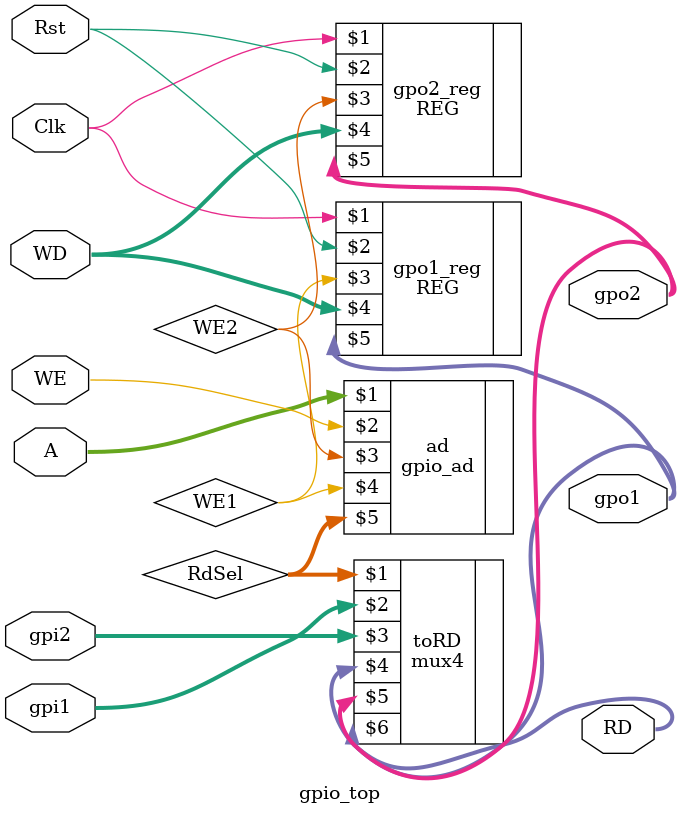
<source format=v>
`timescale 1ns / 1ps


module gpio_top(
    input [1:0]A,
    input WE,
    input [31:0]gpi1,
    input [31:0]gpi2,
    input [31:0]WD,
    input Rst,
    input Clk,
    output [31:0]RD,
    output [31:0]gpo1,
    output [31:0]gpo2
    );
    wire WE2, WE1;
    wire [1:0]RdSel;

    gpio_ad     ad      (A, WE, WE2, WE1, RdSel);
    REG  #(32)  gpo1_reg(Clk, Rst, WE1, WD, gpo1);
    REG  #(32)  gpo2_reg(Clk, Rst, WE2, WD, gpo2);
    mux4 #(32)  toRD    (RdSel, gpi1, gpi2, gpo1, gpo2, RD);
endmodule

</source>
